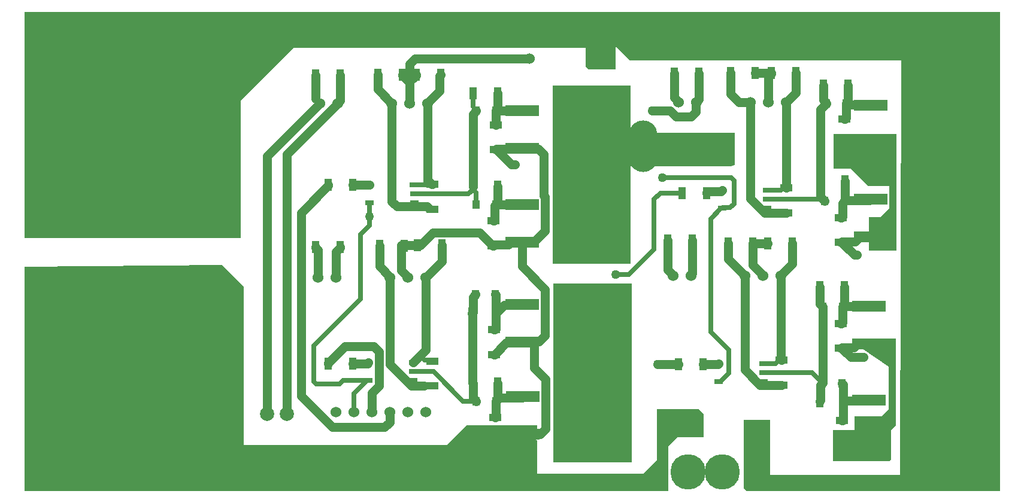
<source format=gtl>
G04*
G04 #@! TF.GenerationSoftware,Altium Limited,Altium Designer,21.1.1 (26)*
G04*
G04 Layer_Physical_Order=1*
G04 Layer_Color=255*
%FSLAX25Y25*%
%MOIN*%
G70*
G04*
G04 #@! TF.SameCoordinates,EB652CFF-68FA-4F81-8967-BD5122A89D0C*
G04*
G04*
G04 #@! TF.FilePolarity,Positive*
G04*
G01*
G75*
%ADD13R,0.37402X0.42520*%
%ADD14R,0.18504X0.05906*%
%ADD15R,0.03937X0.06693*%
%ADD16R,0.03937X0.04724*%
%ADD17R,0.04724X0.03150*%
%ADD18R,0.06693X0.03937*%
%ADD19C,0.05000*%
%ADD34C,0.02500*%
%ADD35C,0.03937*%
%ADD36C,0.06000*%
%ADD37C,0.11811*%
%ADD38C,0.15748*%
%ADD39C,0.23622*%
%ADD40C,0.05000*%
%ADD41C,0.07874*%
%ADD42C,0.19685*%
G36*
X543000D02*
X402000D01*
X400500Y1500D01*
Y39500D01*
X415000D01*
Y9001D01*
X487354D01*
X488219Y239999D01*
X337000Y240000D01*
X329000Y248000D01*
Y235000D01*
X314000D01*
X312500Y236500D01*
Y247000D01*
X150000D01*
X120500Y217500D01*
Y141000D01*
X0D01*
Y267000D01*
X484494D01*
X484998Y266496D01*
X485000Y267000D01*
X543000D01*
Y0D01*
D02*
G37*
G36*
X485500Y199000D02*
Y179500D01*
X485500Y134000D01*
X470000D01*
Y152500D01*
X476500D01*
X481500Y157500D01*
X481500Y170000D01*
X469500Y170000D01*
X460000Y179500D01*
X450500D01*
Y199000D01*
X485500Y199000D01*
D02*
G37*
G36*
X337500Y200000D02*
X338000Y199500D01*
X395500D01*
Y181500D01*
X393000Y181000D01*
X337500D01*
Y126500D01*
X294000D01*
Y226000D01*
X337500D01*
Y200000D01*
D02*
G37*
G36*
X485000Y36500D02*
X482500Y34000D01*
Y17500D01*
X481500Y16500D01*
X450000D01*
Y34000D01*
X462000D01*
Y41500D01*
X477000D01*
X481000Y45500D01*
Y69206D01*
X466567Y79394D01*
X466492Y79888D01*
X466758Y80235D01*
X467111Y81086D01*
X467231Y82000D01*
X467111Y82914D01*
X466758Y83765D01*
X466197Y84496D01*
X466157Y84526D01*
X466318Y85000D01*
X485000D01*
Y36500D01*
D02*
G37*
G36*
X338081Y15900D02*
X294500D01*
Y115500D01*
X338081D01*
Y15900D01*
D02*
G37*
G36*
X122000Y114000D02*
Y25499D01*
X234999D01*
X246000Y36500D01*
X285500D01*
Y34993D01*
X284504Y33996D01*
X283943Y33265D01*
X283590Y32414D01*
X283470Y31500D01*
X283590Y30586D01*
X283943Y29735D01*
X284504Y29004D01*
X285235Y28443D01*
X285500Y28333D01*
Y9500D01*
X344500D01*
X352000Y17000D01*
Y45500D01*
X375500D01*
X378000Y43000D01*
Y30000D01*
X363500D01*
X358500Y25000D01*
Y0D01*
X0D01*
Y125000D01*
X110000Y126000D01*
X122000Y114000D01*
D02*
G37*
D13*
X508000Y40500D02*
D03*
X509000Y152500D02*
D03*
X315500Y42500D02*
D03*
X315000Y94000D02*
D03*
X314987Y149539D02*
D03*
Y202039D02*
D03*
X509000Y205000D02*
D03*
X508000Y93000D02*
D03*
D14*
X470000Y29500D02*
D03*
Y50500D02*
D03*
X471000Y141500D02*
D03*
Y162500D02*
D03*
X277500Y31500D02*
D03*
Y52500D02*
D03*
X277000Y83000D02*
D03*
Y104000D02*
D03*
X276987Y138539D02*
D03*
Y159539D02*
D03*
Y191039D02*
D03*
Y212039D02*
D03*
X471000Y215000D02*
D03*
Y194000D02*
D03*
X470000Y103000D02*
D03*
Y82000D02*
D03*
D15*
X456890Y172500D02*
D03*
X443110D02*
D03*
X182890Y71000D02*
D03*
X169110D02*
D03*
X262890Y99000D02*
D03*
X249110D02*
D03*
X263390Y60000D02*
D03*
X249610D02*
D03*
X197610Y136500D02*
D03*
X211390D02*
D03*
X456390Y50000D02*
D03*
X442610D02*
D03*
X456390Y113500D02*
D03*
X442610D02*
D03*
X196610Y232000D02*
D03*
X210390D02*
D03*
X218610Y137000D02*
D03*
X232390D02*
D03*
X182890Y170500D02*
D03*
X169110D02*
D03*
X263390Y169500D02*
D03*
X249610D02*
D03*
X263390Y221500D02*
D03*
X249610D02*
D03*
X393110Y233000D02*
D03*
X406890D02*
D03*
X379890Y166000D02*
D03*
X366110D02*
D03*
X458390Y226000D02*
D03*
X444610D02*
D03*
X415610Y233000D02*
D03*
X429390D02*
D03*
X413610Y138000D02*
D03*
X427390D02*
D03*
X375390Y232500D02*
D03*
X361610D02*
D03*
X371890Y139500D02*
D03*
X358110D02*
D03*
X391610Y138000D02*
D03*
X405390D02*
D03*
X377890Y70500D02*
D03*
X364110D02*
D03*
X218000Y232000D02*
D03*
X231780D02*
D03*
X175890Y136000D02*
D03*
X162110D02*
D03*
X175890Y231500D02*
D03*
X162110D02*
D03*
D16*
X456500Y161500D02*
D03*
X445476D02*
D03*
X262024Y109500D02*
D03*
X251000D02*
D03*
X262500Y50000D02*
D03*
X251476D02*
D03*
X455024Y60000D02*
D03*
X444000D02*
D03*
X455500Y102500D02*
D03*
X444476D02*
D03*
X262524Y159500D02*
D03*
X251500D02*
D03*
X262500Y212000D02*
D03*
X251476D02*
D03*
X457500Y216000D02*
D03*
X446476D02*
D03*
D17*
X191458Y71500D02*
D03*
Y61500D02*
D03*
X216500D02*
D03*
X216454Y66500D02*
D03*
X216356Y71500D02*
D03*
X192000Y170500D02*
D03*
Y160500D02*
D03*
X217042D02*
D03*
X216997Y165500D02*
D03*
X216898Y170500D02*
D03*
X388500Y167500D02*
D03*
Y157500D02*
D03*
X413542D02*
D03*
X413497Y162500D02*
D03*
X413398Y167500D02*
D03*
X386500Y71000D02*
D03*
Y61000D02*
D03*
X411542D02*
D03*
X411497Y66000D02*
D03*
X411398Y71000D02*
D03*
D18*
X261500Y89890D02*
D03*
Y76110D02*
D03*
X262000Y40890D02*
D03*
Y27110D02*
D03*
X455000Y39390D02*
D03*
Y25610D02*
D03*
X454500Y93390D02*
D03*
Y79610D02*
D03*
X261000Y150500D02*
D03*
Y136721D02*
D03*
X262500Y204000D02*
D03*
Y190220D02*
D03*
X454500Y152390D02*
D03*
Y138610D02*
D03*
X456500Y207390D02*
D03*
Y193610D02*
D03*
X424000Y168890D02*
D03*
Y155110D02*
D03*
X421500Y72890D02*
D03*
Y59110D02*
D03*
X227000Y72390D02*
D03*
Y58610D02*
D03*
Y170890D02*
D03*
Y157110D02*
D03*
D19*
X146000Y187500D02*
X174500Y216000D01*
X146000Y43000D02*
Y187500D01*
X135000Y186500D02*
X164500Y216000D01*
X135000Y43000D02*
Y186500D01*
X154000Y53000D02*
X171500Y35500D01*
X154000Y155075D02*
X169110Y170185D01*
X154000Y53000D02*
Y155075D01*
X169110Y170185D02*
Y170500D01*
X443110Y212634D02*
X446476Y216000D01*
X443110Y172500D02*
Y212634D01*
X262815Y190220D02*
X271035Y182000D01*
X214500Y228185D02*
Y238071D01*
X210390Y231685D02*
X214500Y227575D01*
X209890Y137000D02*
X218610D01*
X209890Y122881D02*
Y137000D01*
X287000Y31500D02*
X290000Y34500D01*
Y57155D02*
Y62324D01*
Y34500D02*
Y47846D01*
X290252Y48098D01*
Y56902D01*
X283752Y68572D02*
X290000Y62324D01*
Y57155D02*
X290252Y56902D01*
X289000Y164680D02*
X289738Y163941D01*
X289000Y164680D02*
Y187657D01*
X289738Y144991D02*
Y163941D01*
X283738Y138991D02*
X289738Y144991D01*
X277439Y138991D02*
X283738D01*
X276987Y138539D02*
X277439Y138991D01*
X283299Y83453D02*
X286453D01*
X277439Y190586D02*
X286071D01*
X276987Y191039D02*
X277439Y190586D01*
X286071D02*
X289000Y187657D01*
X171500Y35500D02*
X200571D01*
X203309Y38238D02*
Y43809D01*
X200571Y35500D02*
X203309Y38238D01*
Y43809D02*
X203500Y44000D01*
X169110Y71315D02*
X178295Y80500D01*
X169110Y71000D02*
Y71315D01*
X197458Y58613D02*
Y77571D01*
X178295Y80500D02*
X194529D01*
X197458Y77571D01*
X203500Y70568D02*
X215457Y58610D01*
X203500Y119000D02*
Y119271D01*
Y70568D02*
Y119000D01*
X364110Y70500D02*
X364110Y70500D01*
X352500Y70500D02*
X364110D01*
X277000Y83000D02*
X283299D01*
X283752Y82547D01*
Y68572D02*
Y82547D01*
X276547D02*
X277000Y83000D01*
X276987Y125224D02*
Y138539D01*
Y125224D02*
X289752Y112459D01*
Y86752D02*
Y112459D01*
X286453Y83453D02*
X289752Y86752D01*
X362808Y208500D02*
X371071D01*
X373809Y216309D02*
X374000Y216500D01*
X373809Y211238D02*
Y216309D01*
X371071Y208500D02*
X373809Y211238D01*
X349500Y212000D02*
X359308D01*
X362808Y208500D01*
X262500Y190220D02*
X262815D01*
X271035Y182000D02*
X273000D01*
X249610Y169500D02*
Y210134D01*
X251476Y212000D01*
X193500Y54656D02*
X197458Y58613D01*
X193500Y44000D02*
Y54656D01*
X223500Y78719D02*
Y119000D01*
X216356Y71575D02*
X223500Y78719D01*
X215457Y58610D02*
X222500D01*
X224500Y173075D02*
Y216000D01*
Y173075D02*
X226685Y170890D01*
X227000D01*
X207429Y158500D02*
X224232D01*
X204500Y161429D02*
Y216000D01*
X224232Y158500D02*
X224903Y157829D01*
X204500Y161429D02*
X207429Y158500D01*
X454500Y138610D02*
X454815D01*
X461925Y131500D01*
X463500D01*
X454500Y138610D02*
X455031Y139142D01*
X462343D01*
X464701Y141500D01*
X454500Y79610D02*
X454815D01*
X459925Y74500D01*
X467000D01*
X405390Y125881D02*
Y138000D01*
Y125881D02*
X411000Y120271D01*
Y120000D02*
Y120271D01*
X405390Y138000D02*
X413610D01*
X401000Y67610D02*
X409500Y59110D01*
X421500D01*
X391610Y129390D02*
X401000Y120000D01*
Y67610D02*
Y120000D01*
X197610Y125160D02*
Y136500D01*
Y125160D02*
X203500Y119271D01*
X196610Y223890D02*
Y232000D01*
Y223890D02*
X204500Y216000D01*
X412000Y155110D02*
X424000D01*
X404000Y163110D02*
X412000Y155110D01*
X404000Y163110D02*
Y216500D01*
X444476Y162500D02*
X445476Y161500D01*
X443110Y163866D02*
X444476Y162500D01*
X443110Y163866D02*
Y172500D01*
X444610Y217866D02*
Y226000D01*
Y217866D02*
X446476Y216000D01*
X424000Y216500D02*
X424000Y216500D01*
X424000Y168890D02*
Y216500D01*
X421000Y120000D02*
X421191Y119809D01*
Y73198D02*
Y119809D01*
Y73198D02*
X421500Y72890D01*
X443142Y59142D02*
X444000Y60000D01*
X443142Y50532D02*
Y59142D01*
X442610Y50000D02*
X443142Y50532D01*
X444476Y60476D02*
Y102500D01*
X444000Y60000D02*
X444476Y60476D01*
X442610Y104366D02*
Y113500D01*
Y104366D02*
X444476Y102500D01*
X249110Y99000D02*
X249360Y98750D01*
Y60250D02*
Y98750D01*
Y60250D02*
X249610Y60000D01*
X249642Y108142D02*
X251000Y109500D01*
X249642Y99532D02*
Y108142D01*
X249110Y99000D02*
X249642Y99532D01*
X249610Y51866D02*
Y60000D01*
Y51866D02*
X251476Y50000D01*
X173500Y119000D02*
Y133295D01*
X175890Y135685D01*
Y136000D01*
X163500Y119000D02*
Y134295D01*
X162110Y135685D02*
X163500Y134295D01*
X162110Y135685D02*
Y136000D01*
X218610Y137000D02*
X220421D01*
X260685Y136721D02*
X261000D01*
X253559Y143846D02*
X260685Y136721D01*
X220421Y137000D02*
X227268Y143846D01*
X253559D01*
X232390Y127890D02*
Y137000D01*
X223500Y119000D02*
X232390Y127890D01*
X209890Y122881D02*
X213500Y119271D01*
Y119000D02*
Y119271D01*
X262539Y212039D02*
X263390Y212890D01*
X262500Y212000D02*
X262539Y212039D01*
X276987D01*
X263390Y212890D02*
Y221500D01*
X262500Y204000D02*
Y212000D01*
X182890Y71000D02*
X190958D01*
X191458Y71500D01*
X182890Y170500D02*
X192000D01*
X192000Y170500D01*
X379890Y166000D02*
Y166315D01*
X380421Y166847D01*
X387846D01*
X388500Y167500D01*
X377890Y70500D02*
X386000D01*
X386500Y71000D01*
X427390Y126660D02*
Y138000D01*
X421000Y120271D02*
X427390Y126660D01*
X421000Y120000D02*
Y120271D01*
X391610Y129390D02*
Y138000D01*
X371890Y121160D02*
Y139500D01*
X371000Y120271D02*
X371890Y121160D01*
X371000Y120000D02*
Y120271D01*
X358110Y123160D02*
Y139500D01*
Y123160D02*
X361000Y120271D01*
Y120000D02*
Y120271D01*
X455858Y49468D02*
X456390Y50000D01*
X455858Y39933D02*
Y49468D01*
X455315Y39390D02*
X455858Y39933D01*
X455000Y39390D02*
X455315D01*
X456390Y50000D02*
X456640Y50250D01*
X469750D01*
X470000Y50500D01*
X455024Y60000D02*
X455858Y59165D01*
Y50532D02*
Y59165D01*
Y50532D02*
X456390Y50000D01*
X454500Y79610D02*
X455031Y80142D01*
X461842D01*
X463701Y82000D01*
X455346Y102347D02*
X455500Y102500D01*
X455346Y93921D02*
Y102347D01*
X454815Y93390D02*
X455346Y93921D01*
X454500Y93390D02*
X454815D01*
X456000Y103000D02*
X456390Y103390D01*
X455500Y102500D02*
X456000Y103000D01*
X470000D01*
X456390Y103390D02*
Y113500D01*
X454500Y152390D02*
X454815D01*
X455346Y152921D01*
Y160346D01*
X456500Y161500D01*
X456890Y161890D02*
X457047Y162047D01*
X456500Y161500D02*
X456890Y161890D01*
X457047Y162047D02*
X470547D01*
X471000Y162500D01*
X456890Y161890D02*
Y172500D01*
X457346Y215846D02*
X457500Y216000D01*
X457346Y207921D02*
Y215846D01*
X456815Y207390D02*
X457346Y207921D01*
X456500Y207390D02*
X456815D01*
X457500Y216000D02*
X458047Y215453D01*
X470547D01*
X471000Y215000D01*
X458390Y216890D02*
Y226000D01*
X457500Y216000D02*
X458390Y216890D01*
X414000Y216500D02*
Y231075D01*
X415610Y232685D01*
Y233000D01*
X406890D02*
X415610D01*
X429390Y222153D02*
Y233000D01*
X424000Y216764D02*
X429390Y222153D01*
X424000Y216500D02*
Y216764D01*
X403809Y216691D02*
X404000Y216500D01*
X397809Y216691D02*
X403809D01*
X393110Y221390D02*
X397809Y216691D01*
X393110Y221390D02*
Y233000D01*
X375390Y218160D02*
Y232500D01*
X374000Y216771D02*
X375390Y218160D01*
X374000Y216500D02*
Y216771D01*
X361610Y219160D02*
Y232500D01*
Y219160D02*
X364000Y216771D01*
Y216500D02*
Y216771D01*
X262500Y41390D02*
Y50000D01*
X262000Y40890D02*
X262500Y41390D01*
X263390Y50890D02*
X264547Y52047D01*
X262500Y50000D02*
X263390Y50890D01*
X264547Y52047D02*
X277047D01*
X277500Y52500D01*
X263390Y50890D02*
Y60000D01*
X262358Y98469D02*
X262890Y99000D01*
X262358Y90433D02*
Y98469D01*
X261815Y89890D02*
X262358Y90433D01*
X261500Y89890D02*
X261815D01*
X261500Y76110D02*
X261815D01*
X268252Y82547D01*
X276547D01*
X262890Y99000D02*
Y99315D01*
X267122Y103547D01*
X276547D01*
X277000Y104000D01*
X262024Y109500D02*
X262358Y109165D01*
Y99532D02*
Y109165D01*
Y99532D02*
X262890Y99000D01*
X261000Y136721D02*
X261531Y137252D01*
X269401D01*
X270687Y138539D01*
X276987D01*
X261846Y158823D02*
X262524Y159500D01*
X261846Y151031D02*
Y158823D01*
X261315Y150500D02*
X261846Y151031D01*
X261000Y150500D02*
X261315D01*
X262562Y159539D02*
X263390Y160366D01*
X262562Y159539D02*
X276987D01*
X262524Y159500D02*
X262562Y159539D01*
X263390Y160366D02*
Y169500D01*
X262500Y190220D02*
X262909Y190629D01*
X276577D01*
X276987Y191039D01*
X214500Y227575D02*
Y228185D01*
X217429Y241000D02*
X281000D01*
X214500Y238071D02*
X217429Y241000D01*
X224500Y216000D02*
Y216271D01*
X231248Y223019D01*
Y231469D01*
X231780Y232000D01*
X214500Y216000D02*
Y227575D01*
Y228185D02*
X218000Y231685D01*
Y232000D01*
X210390Y231685D02*
Y232000D01*
X175890Y217660D02*
Y231500D01*
X174500Y216271D02*
X175890Y217660D01*
X174500Y216000D02*
Y216271D01*
X162110Y218660D02*
Y231500D01*
D34*
X392825Y157825D02*
X395000Y160000D01*
X388500Y157500D02*
X388825Y157825D01*
X392825D01*
X355247Y174500D02*
X393535D01*
X395000Y173036D01*
Y160000D02*
Y173036D01*
X354945Y174802D02*
X355247Y174500D01*
X192000Y153000D02*
Y160500D01*
Y148000D02*
Y153000D01*
X190670Y61500D02*
X191458D01*
X177567D02*
X190670D01*
X161000Y60965D02*
Y81000D01*
X175567Y59500D02*
X177567Y61500D01*
X162464Y59500D02*
X175567D01*
X161000Y60965D02*
X162464Y59500D01*
X187000Y107000D02*
Y143000D01*
X161000Y81000D02*
X187000Y107000D01*
Y143000D02*
X192000Y148000D01*
X328955Y120500D02*
X336500D01*
X350500Y134500D01*
Y162500D01*
X354000Y166000D02*
X366110D01*
X350500Y162500D02*
X354000Y166000D01*
X244107Y50000D02*
X251476D01*
X227607Y66500D02*
X244107Y50000D01*
X216454Y66500D02*
X227607D01*
X183500Y44000D02*
Y54330D01*
X190670Y61500D01*
X216356Y71500D02*
X217143D01*
X222500Y58610D02*
X227000D01*
X226281Y73108D02*
X227000Y72390D01*
X222606Y73108D02*
X226281D01*
X221714Y74000D02*
X222606Y73108D01*
X217143Y71500D02*
X219643Y74000D01*
X221714D01*
X386500Y61000D02*
X387287D01*
X392000Y65713D01*
Y78500D01*
X382000Y88500D02*
X392000Y78500D01*
X387713Y157500D02*
X388500D01*
X382000Y151787D02*
X387713Y157500D01*
X382000Y88500D02*
Y151787D01*
X413497Y162500D02*
X444476D01*
X413398Y167500D02*
X421232D01*
X422622Y168890D01*
X424000D01*
X411497Y66000D02*
X438394D01*
X444000Y60394D01*
Y60000D02*
Y60394D01*
X411398Y71000D02*
X418232D01*
X420122Y72890D01*
X421500D01*
X251500Y159500D02*
Y166232D01*
X249610Y168122D02*
X251500Y166232D01*
X249610Y168122D02*
Y169500D01*
Y214260D02*
Y221500D01*
X216997Y165500D02*
X246988D01*
X249610Y168122D01*
X224903Y157829D02*
X225622Y157110D01*
X227000D01*
X216898Y170500D02*
X217093Y170695D01*
X226805D01*
X227000Y170890D01*
D35*
X520013Y27461D02*
D03*
X515013D02*
D03*
X509513D02*
D03*
X504013D02*
D03*
X520013Y35461D02*
D03*
X514513D02*
D03*
X509513D02*
D03*
X504013D02*
D03*
X498513Y27461D02*
D03*
Y35461D02*
D03*
X492513Y27461D02*
D03*
Y35461D02*
D03*
X519513Y41961D02*
D03*
X514513D02*
D03*
X509513D02*
D03*
X504013D02*
D03*
X498513D02*
D03*
X492596Y41959D02*
D03*
X519096Y48959D02*
D03*
X514096D02*
D03*
X509096D02*
D03*
X504096D02*
D03*
X498596D02*
D03*
X492596D02*
D03*
X519000Y56000D02*
D03*
X514000D02*
D03*
X508500D02*
D03*
X503500D02*
D03*
X498000D02*
D03*
X492500D02*
D03*
X521013Y139461D02*
D03*
X516013D02*
D03*
X510513D02*
D03*
X505013D02*
D03*
X521013Y147461D02*
D03*
X515513D02*
D03*
X510513D02*
D03*
X505013D02*
D03*
X499513Y139461D02*
D03*
Y147461D02*
D03*
X493513Y139461D02*
D03*
Y147461D02*
D03*
X520513Y153961D02*
D03*
X515513D02*
D03*
X510513D02*
D03*
X505013D02*
D03*
X499513D02*
D03*
X493596Y153959D02*
D03*
X520096Y160959D02*
D03*
X515096D02*
D03*
X510096D02*
D03*
X505096D02*
D03*
X499596D02*
D03*
X493596D02*
D03*
X520000Y168000D02*
D03*
X515000D02*
D03*
X509500D02*
D03*
X504500D02*
D03*
X499000D02*
D03*
X493500D02*
D03*
X327513Y29461D02*
D03*
X322513D02*
D03*
X317013D02*
D03*
X311513D02*
D03*
X327513Y37461D02*
D03*
X322013D02*
D03*
X317013D02*
D03*
X311513D02*
D03*
X306013Y29461D02*
D03*
Y37461D02*
D03*
X300013Y29461D02*
D03*
Y37461D02*
D03*
X327013Y43961D02*
D03*
X322013D02*
D03*
X317013D02*
D03*
X311513D02*
D03*
X306013D02*
D03*
X300096Y43959D02*
D03*
X326596Y50959D02*
D03*
X321596D02*
D03*
X316596D02*
D03*
X311596D02*
D03*
X306096D02*
D03*
X300096D02*
D03*
X326500Y58000D02*
D03*
X321500D02*
D03*
X316000D02*
D03*
X311000D02*
D03*
X305500D02*
D03*
X300000D02*
D03*
X327013Y80961D02*
D03*
X322013D02*
D03*
X316513D02*
D03*
X311013D02*
D03*
X327013Y88961D02*
D03*
X321513D02*
D03*
X316513D02*
D03*
X311013D02*
D03*
X305513Y80961D02*
D03*
Y88961D02*
D03*
X299513Y80961D02*
D03*
Y88961D02*
D03*
X326513Y95461D02*
D03*
X321513D02*
D03*
X316513D02*
D03*
X311013D02*
D03*
X305513D02*
D03*
X299596Y95459D02*
D03*
X326096Y102459D02*
D03*
X321096D02*
D03*
X316096D02*
D03*
X311096D02*
D03*
X305596D02*
D03*
X299596D02*
D03*
X326000Y109500D02*
D03*
X321000D02*
D03*
X315500D02*
D03*
X310500D02*
D03*
X305000D02*
D03*
X299500D02*
D03*
X327000Y136500D02*
D03*
X322000D02*
D03*
X316500D02*
D03*
X311000D02*
D03*
X327000Y144500D02*
D03*
X321500D02*
D03*
X316500D02*
D03*
X311000D02*
D03*
X305500Y136500D02*
D03*
Y144500D02*
D03*
X299500Y136500D02*
D03*
Y144500D02*
D03*
X326500Y151000D02*
D03*
X321500D02*
D03*
X316500D02*
D03*
X311000D02*
D03*
X305500D02*
D03*
X299582Y150998D02*
D03*
X326082Y157998D02*
D03*
X321082D02*
D03*
X316082D02*
D03*
X311082D02*
D03*
X305582D02*
D03*
X299582D02*
D03*
X325987Y165039D02*
D03*
X320987D02*
D03*
X315487D02*
D03*
X310487D02*
D03*
X304987D02*
D03*
X299487D02*
D03*
X327000Y189000D02*
D03*
X322000D02*
D03*
X316500D02*
D03*
X311000D02*
D03*
X327000Y197000D02*
D03*
X321500D02*
D03*
X316500D02*
D03*
X311000D02*
D03*
X305500Y189000D02*
D03*
Y197000D02*
D03*
X299500Y189000D02*
D03*
Y197000D02*
D03*
X326500Y203500D02*
D03*
X321500D02*
D03*
X316500D02*
D03*
X311000D02*
D03*
X305500D02*
D03*
X299582Y203498D02*
D03*
X326082Y210498D02*
D03*
X321082D02*
D03*
X316082D02*
D03*
X311082D02*
D03*
X305582D02*
D03*
X299582D02*
D03*
X325987Y217539D02*
D03*
X320987D02*
D03*
X315487D02*
D03*
X310487D02*
D03*
X304987D02*
D03*
X299487D02*
D03*
X493500Y220500D02*
D03*
X499000D02*
D03*
X504500D02*
D03*
X509500D02*
D03*
X515000D02*
D03*
X520000D02*
D03*
X493596Y213459D02*
D03*
X499596D02*
D03*
X505096D02*
D03*
X510096D02*
D03*
X515096D02*
D03*
X520096D02*
D03*
X493596Y206459D02*
D03*
X499513Y206461D02*
D03*
X505013D02*
D03*
X510513D02*
D03*
X515513D02*
D03*
X520513D02*
D03*
X493513Y199961D02*
D03*
Y191961D02*
D03*
X499513Y199961D02*
D03*
Y191961D02*
D03*
X505013Y199961D02*
D03*
X510513D02*
D03*
X515513D02*
D03*
X521013D02*
D03*
X505013Y191961D02*
D03*
X510513D02*
D03*
X516013D02*
D03*
X521013D02*
D03*
X492500Y108500D02*
D03*
X498000D02*
D03*
X503500D02*
D03*
X508500D02*
D03*
X514000D02*
D03*
X519000D02*
D03*
X492596Y101459D02*
D03*
X498596D02*
D03*
X504096D02*
D03*
X509096D02*
D03*
X514096D02*
D03*
X519096D02*
D03*
X492596Y94459D02*
D03*
X498513Y94461D02*
D03*
X504013D02*
D03*
X509513D02*
D03*
X514513D02*
D03*
X519513D02*
D03*
X492513Y87961D02*
D03*
Y79961D02*
D03*
X498513Y87961D02*
D03*
Y79961D02*
D03*
X504013Y87961D02*
D03*
X509513D02*
D03*
X514513D02*
D03*
X520013D02*
D03*
X504013Y79961D02*
D03*
X509513D02*
D03*
X515013D02*
D03*
X520013D02*
D03*
D36*
X281000Y241000D02*
D03*
X320173D02*
D03*
X410000Y36000D02*
D03*
X370827D02*
D03*
X364000Y216500D02*
D03*
X374000D02*
D03*
X404000D02*
D03*
X414000D02*
D03*
X424000D02*
D03*
X361000Y120000D02*
D03*
X371000D02*
D03*
X401000D02*
D03*
X411000D02*
D03*
X421000D02*
D03*
X173500Y44000D02*
D03*
X183500D02*
D03*
X193500D02*
D03*
X203500D02*
D03*
X213500D02*
D03*
X223500D02*
D03*
X163500Y119000D02*
D03*
X173500D02*
D03*
X203500D02*
D03*
X213500D02*
D03*
X223500D02*
D03*
X164500Y216000D02*
D03*
X174500D02*
D03*
X204500D02*
D03*
X214500D02*
D03*
X224500D02*
D03*
D37*
X69500Y155370D02*
D03*
Y116000D02*
D03*
D38*
X344500Y185500D02*
D03*
X533457Y11405D02*
D03*
X531457Y253905D02*
D03*
X12457Y10905D02*
D03*
X10957Y255405D02*
D03*
X344500Y198500D02*
D03*
X388500Y10000D02*
D03*
D39*
X82000Y228000D02*
D03*
X53500Y227500D02*
D03*
X81500Y36500D02*
D03*
X55500Y37000D02*
D03*
D40*
X254500Y4000D02*
D03*
X263000Y4500D02*
D03*
X271000D02*
D03*
X280500D02*
D03*
X482000Y182000D02*
D03*
X476000D02*
D03*
X470500Y182500D02*
D03*
X390000Y184500D02*
D03*
Y192500D02*
D03*
X354945Y174802D02*
D03*
X192000Y153000D02*
D03*
X328955Y120500D02*
D03*
X352500Y70500D02*
D03*
X349500Y212000D02*
D03*
X273000Y182000D02*
D03*
X463500Y131500D02*
D03*
X466500Y36000D02*
D03*
X478500Y21500D02*
D03*
X473500D02*
D03*
X468000D02*
D03*
X462500D02*
D03*
X467000Y74500D02*
D03*
X465500Y186500D02*
D03*
D41*
X135000Y43000D02*
D03*
X146000D02*
D03*
D42*
X388500Y10500D02*
D03*
X369500D02*
D03*
M02*

</source>
